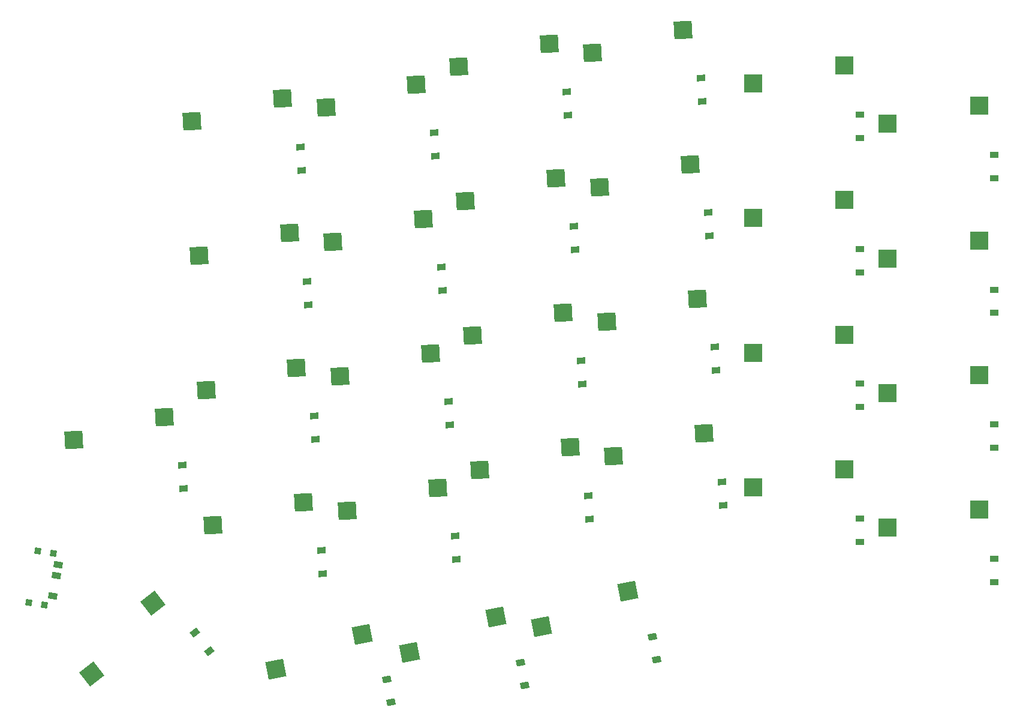
<source format=gbr>
%TF.GenerationSoftware,KiCad,Pcbnew,8.0.4*%
%TF.CreationDate,2024-09-16T15:21:11-06:00*%
%TF.ProjectId,right_board,72696768-745f-4626-9f61-72642e6b6963,v1.0.0*%
%TF.SameCoordinates,Original*%
%TF.FileFunction,Paste,Bot*%
%TF.FilePolarity,Positive*%
%FSLAX46Y46*%
G04 Gerber Fmt 4.6, Leading zero omitted, Abs format (unit mm)*
G04 Created by KiCad (PCBNEW 8.0.4) date 2024-09-16 15:21:11*
%MOMM*%
%LPD*%
G01*
G04 APERTURE LIST*
G04 Aperture macros list*
%AMRotRect*
0 Rectangle, with rotation*
0 The origin of the aperture is its center*
0 $1 length*
0 $2 width*
0 $3 Rotation angle, in degrees counterclockwise*
0 Add horizontal line*
21,1,$1,$2,0,0,$3*%
G04 Aperture macros list end*
%ADD10RotRect,0.900000X0.900000X80.000000*%
%ADD11RotRect,0.900000X1.250000X80.000000*%
%ADD12RotRect,2.550000X2.500000X3.000000*%
%ADD13RotRect,0.900000X1.200000X93.000000*%
%ADD14R,2.550000X2.500000*%
%ADD15RotRect,2.550000X2.500000X11.000000*%
%ADD16R,1.200000X0.900000*%
%ADD17RotRect,0.900000X1.200000X101.000000*%
%ADD18RotRect,0.900000X1.200000X128.000000*%
%ADD19RotRect,2.550000X2.500000X38.000000*%
G04 APERTURE END LIST*
D10*
%TO.C,T1*%
X144416562Y-182844595D03*
X146583139Y-183226621D03*
X145701559Y-175557017D03*
X147868136Y-175939043D03*
D11*
X147795117Y-181967956D03*
X148316061Y-179013533D03*
X148576533Y-177536323D03*
%TD*%
D12*
%TO.C,S16*%
X205084313Y-107234635D03*
X217860664Y-104021569D03*
%TD*%
D13*
%TO.C,D17*%
X204809542Y-176796849D03*
X204636834Y-173501371D03*
%TD*%
D12*
%TO.C,S17*%
X189342752Y-169906875D03*
X202119103Y-166693809D03*
%TD*%
D13*
%TO.C,D10*%
X241463981Y-150126953D03*
X241291273Y-146831475D03*
%TD*%
D14*
%TO.C,S8*%
X246664798Y-109599160D03*
X259591798Y-107059160D03*
%TD*%
D12*
%TO.C,S15*%
X206078697Y-126208596D03*
X218855048Y-122995530D03*
%TD*%
%TO.C,S18*%
X188348369Y-150932914D03*
X201124720Y-147719848D03*
%TD*%
D15*
%TO.C,S25*%
X216811990Y-186249637D03*
X229016829Y-181289716D03*
%TD*%
D16*
%TO.C,D3*%
X280749798Y-142004160D03*
X280749798Y-138704160D03*
%TD*%
%TO.C,D4*%
X280749798Y-123004160D03*
X280749798Y-119704160D03*
%TD*%
D12*
%TO.C,S10*%
X225997191Y-143236980D03*
X238773542Y-140023914D03*
%TD*%
D13*
%TO.C,D20*%
X201826392Y-119874965D03*
X201653684Y-116579487D03*
%TD*%
D15*
%TO.C,S27*%
X179271646Y-192273344D03*
X191476485Y-187313423D03*
%TD*%
D13*
%TO.C,D13*%
X223534253Y-171046493D03*
X223361545Y-167751015D03*
%TD*%
D14*
%TO.C,S6*%
X246664798Y-147599160D03*
X259591798Y-145059160D03*
%TD*%
D12*
%TO.C,S19*%
X187353986Y-131958953D03*
X200130337Y-128745887D03*
%TD*%
D17*
%TO.C,D25*%
X233087157Y-190919996D03*
X232457487Y-187680626D03*
%TD*%
D16*
%TO.C,D5*%
X261749798Y-174289160D03*
X261749798Y-170989160D03*
%TD*%
D12*
%TO.C,S12*%
X224008425Y-105289057D03*
X236784776Y-102075991D03*
%TD*%
D14*
%TO.C,S7*%
X246664798Y-128599160D03*
X259591798Y-126059160D03*
%TD*%
D12*
%TO.C,S21*%
X170421127Y-171899888D03*
X183197478Y-168686822D03*
%TD*%
D14*
%TO.C,S2*%
X265664798Y-153314160D03*
X278591798Y-150774160D03*
%TD*%
D13*
%TO.C,D29*%
X166233588Y-166802061D03*
X166060880Y-163506583D03*
%TD*%
D15*
%TO.C,S26*%
X198161074Y-189875007D03*
X210365913Y-184915086D03*
%TD*%
D12*
%TO.C,S13*%
X208067463Y-164156519D03*
X220843814Y-160943453D03*
%TD*%
%TO.C,S22*%
X169426744Y-152925927D03*
X182203095Y-149712861D03*
%TD*%
D16*
%TO.C,D7*%
X261749798Y-136289160D03*
X261749798Y-132989160D03*
%TD*%
D13*
%TO.C,D19*%
X202820776Y-138848926D03*
X202648068Y-135553448D03*
%TD*%
%TO.C,D11*%
X240469598Y-131152992D03*
X240296890Y-127857514D03*
%TD*%
%TO.C,D12*%
X239475215Y-112179031D03*
X239302507Y-108883553D03*
%TD*%
D14*
%TO.C,S4*%
X265664798Y-115314160D03*
X278591798Y-112774160D03*
%TD*%
D13*
%TO.C,D15*%
X221545487Y-133098570D03*
X221372779Y-129803092D03*
%TD*%
D16*
%TO.C,D1*%
X280749798Y-180004160D03*
X280749798Y-176704160D03*
%TD*%
D17*
%TO.C,D26*%
X214436241Y-194545367D03*
X213806571Y-191305997D03*
%TD*%
D13*
%TO.C,D9*%
X242458364Y-169100915D03*
X242285656Y-165805437D03*
%TD*%
D12*
%TO.C,S9*%
X226991574Y-162210941D03*
X239767925Y-158997875D03*
%TD*%
%TO.C,S11*%
X225002808Y-124263019D03*
X237779159Y-121049953D03*
%TD*%
D13*
%TO.C,D14*%
X222539870Y-152072531D03*
X222367162Y-148777053D03*
%TD*%
D14*
%TO.C,S5*%
X246664798Y-166599160D03*
X259591798Y-164059160D03*
%TD*%
D13*
%TO.C,D18*%
X203815159Y-157822888D03*
X203642451Y-154527410D03*
%TD*%
D17*
%TO.C,D27*%
X195546813Y-196943704D03*
X194917143Y-193704334D03*
%TD*%
D12*
%TO.C,S29*%
X150766798Y-159912087D03*
X163543149Y-156699021D03*
%TD*%
%TO.C,S23*%
X168432360Y-133951965D03*
X181208711Y-130738899D03*
%TD*%
D16*
%TO.C,D2*%
X280749798Y-161004160D03*
X280749798Y-157704160D03*
%TD*%
D18*
%TO.C,D28*%
X169919981Y-189684861D03*
X167888299Y-187084425D03*
%TD*%
D12*
%TO.C,S14*%
X207073080Y-145182558D03*
X219849431Y-141969492D03*
%TD*%
D16*
%TO.C,D8*%
X261749798Y-117289160D03*
X261749798Y-113989160D03*
%TD*%
D14*
%TO.C,S3*%
X265664798Y-134314160D03*
X278591798Y-131774160D03*
%TD*%
D12*
%TO.C,S24*%
X167437977Y-114978004D03*
X180214328Y-111764938D03*
%TD*%
D13*
%TO.C,D21*%
X185887917Y-178789862D03*
X185715209Y-175494384D03*
%TD*%
%TO.C,D23*%
X183899150Y-140841939D03*
X183726442Y-137546461D03*
%TD*%
D19*
%TO.C,S28*%
X153298402Y-192912312D03*
X161921237Y-182952109D03*
%TD*%
D13*
%TO.C,D24*%
X182904767Y-121867978D03*
X182732059Y-118572500D03*
%TD*%
D12*
%TO.C,S20*%
X186359602Y-112984991D03*
X199135953Y-109771925D03*
%TD*%
D16*
%TO.C,D6*%
X261749798Y-155289160D03*
X261749798Y-151989160D03*
%TD*%
D13*
%TO.C,D22*%
X184893534Y-159815900D03*
X184720826Y-156520422D03*
%TD*%
D14*
%TO.C,S1*%
X265664798Y-172314160D03*
X278591798Y-169774160D03*
%TD*%
D13*
%TO.C,D16*%
X220551104Y-114124609D03*
X220378396Y-110829131D03*
%TD*%
M02*

</source>
